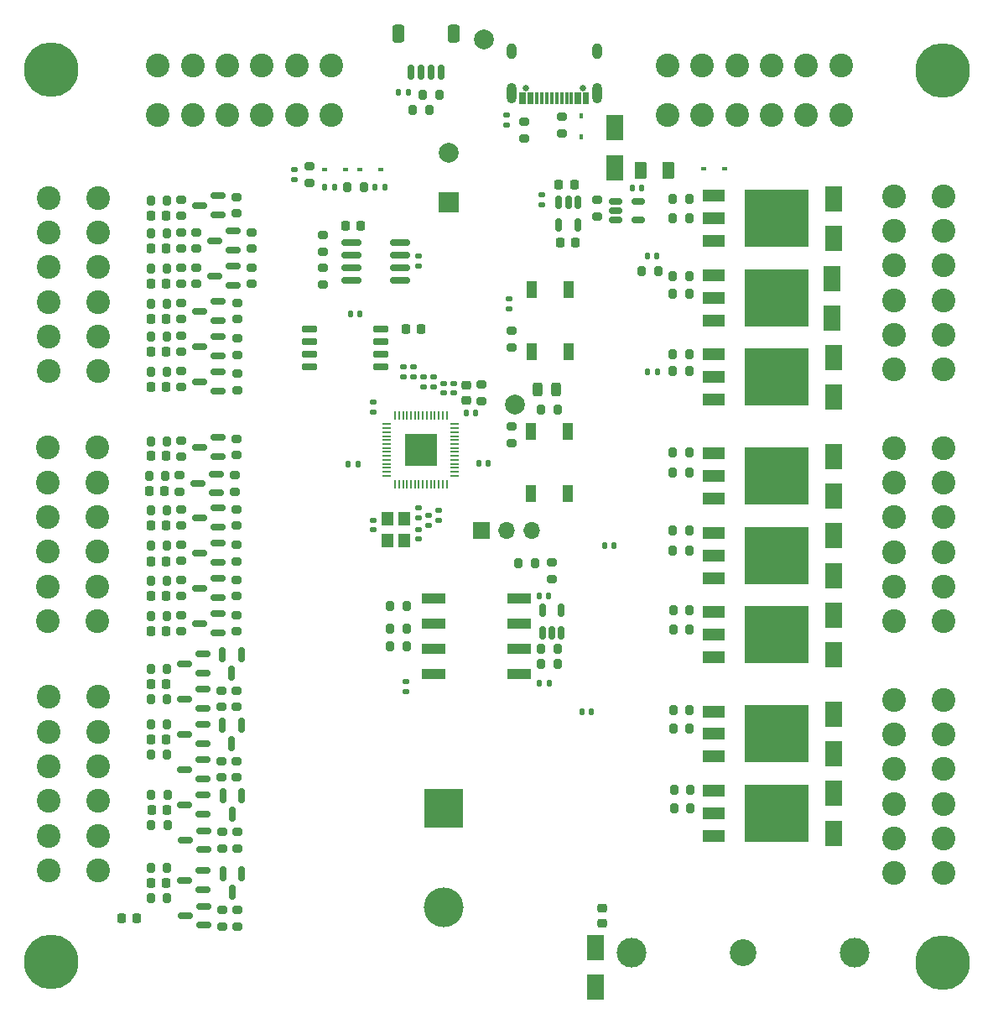
<source format=gts>
%TF.GenerationSoftware,KiCad,Pcbnew,6.0.11+dfsg-1~bpo11+1*%
%TF.CreationDate,2023-10-21T13:10:46+02:00*%
%TF.ProjectId,IO_16_8_1,494f5f31-365f-4385-9f31-2e6b69636164,0.1.1*%
%TF.SameCoordinates,PX47868c0PY848f8c0*%
%TF.FileFunction,Soldermask,Top*%
%TF.FilePolarity,Negative*%
%FSLAX46Y46*%
G04 Gerber Fmt 4.6, Leading zero omitted, Abs format (unit mm)*
G04 Created by KiCad (PCBNEW 6.0.11+dfsg-1~bpo11+1) date 2023-10-21 13:10:46*
%MOMM*%
%LPD*%
G01*
G04 APERTURE LIST*
G04 Aperture macros list*
%AMRoundRect*
0 Rectangle with rounded corners*
0 $1 Rounding radius*
0 $2 $3 $4 $5 $6 $7 $8 $9 X,Y pos of 4 corners*
0 Add a 4 corners polygon primitive as box body*
4,1,4,$2,$3,$4,$5,$6,$7,$8,$9,$2,$3,0*
0 Add four circle primitives for the rounded corners*
1,1,$1+$1,$2,$3*
1,1,$1+$1,$4,$5*
1,1,$1+$1,$6,$7*
1,1,$1+$1,$8,$9*
0 Add four rect primitives between the rounded corners*
20,1,$1+$1,$2,$3,$4,$5,0*
20,1,$1+$1,$4,$5,$6,$7,0*
20,1,$1+$1,$6,$7,$8,$9,0*
20,1,$1+$1,$8,$9,$2,$3,0*%
G04 Aperture macros list end*
%ADD10RoundRect,0.200000X-0.275000X0.200000X-0.275000X-0.200000X0.275000X-0.200000X0.275000X0.200000X0*%
%ADD11RoundRect,0.150000X0.587500X0.150000X-0.587500X0.150000X-0.587500X-0.150000X0.587500X-0.150000X0*%
%ADD12RoundRect,0.200000X-0.200000X-0.275000X0.200000X-0.275000X0.200000X0.275000X-0.200000X0.275000X0*%
%ADD13C,0.650000*%
%ADD14R,0.300000X1.150000*%
%ADD15O,1.000000X2.100000*%
%ADD16O,1.000000X1.600000*%
%ADD17RoundRect,0.135000X-0.185000X0.135000X-0.185000X-0.135000X0.185000X-0.135000X0.185000X0.135000X0*%
%ADD18RoundRect,0.200000X0.275000X-0.200000X0.275000X0.200000X-0.275000X0.200000X-0.275000X-0.200000X0*%
%ADD19RoundRect,0.140000X0.170000X-0.140000X0.170000X0.140000X-0.170000X0.140000X-0.170000X-0.140000X0*%
%ADD20RoundRect,0.200000X0.200000X0.275000X-0.200000X0.275000X-0.200000X-0.275000X0.200000X-0.275000X0*%
%ADD21C,5.500000*%
%ADD22RoundRect,0.140000X0.140000X0.170000X-0.140000X0.170000X-0.140000X-0.170000X0.140000X-0.170000X0*%
%ADD23R,2.200000X1.200000*%
%ADD24R,6.400000X5.800000*%
%ADD25RoundRect,0.140000X-0.170000X0.140000X-0.170000X-0.140000X0.170000X-0.140000X0.170000X0.140000X0*%
%ADD26RoundRect,0.140000X-0.140000X-0.170000X0.140000X-0.170000X0.140000X0.170000X-0.140000X0.170000X0*%
%ADD27R,1.800000X2.500000*%
%ADD28RoundRect,0.225000X-0.225000X-0.250000X0.225000X-0.250000X0.225000X0.250000X-0.225000X0.250000X0*%
%ADD29RoundRect,0.150000X-0.150000X0.587500X-0.150000X-0.587500X0.150000X-0.587500X0.150000X0.587500X0*%
%ADD30RoundRect,0.150000X0.150000X-0.512500X0.150000X0.512500X-0.150000X0.512500X-0.150000X-0.512500X0*%
%ADD31RoundRect,0.243750X0.243750X0.456250X-0.243750X0.456250X-0.243750X-0.456250X0.243750X-0.456250X0*%
%ADD32C,2.400000*%
%ADD33RoundRect,0.150000X0.150000X0.625000X-0.150000X0.625000X-0.150000X-0.625000X0.150000X-0.625000X0*%
%ADD34RoundRect,0.250000X0.350000X0.650000X-0.350000X0.650000X-0.350000X-0.650000X0.350000X-0.650000X0*%
%ADD35R,0.600000X0.450000*%
%ADD36RoundRect,0.225000X0.250000X-0.225000X0.250000X0.225000X-0.250000X0.225000X-0.250000X-0.225000X0*%
%ADD37RoundRect,0.225000X0.225000X0.250000X-0.225000X0.250000X-0.225000X-0.250000X0.225000X-0.250000X0*%
%ADD38RoundRect,0.135000X0.185000X-0.135000X0.185000X0.135000X-0.185000X0.135000X-0.185000X-0.135000X0*%
%ADD39R,4.000000X4.000000*%
%ADD40C,4.000000*%
%ADD41RoundRect,0.135000X0.135000X0.185000X-0.135000X0.185000X-0.135000X-0.185000X0.135000X-0.185000X0*%
%ADD42R,1.100000X1.800000*%
%ADD43C,2.700000*%
%ADD44C,3.000000*%
%ADD45R,2.440000X1.120000*%
%ADD46RoundRect,0.250000X-0.375000X-0.625000X0.375000X-0.625000X0.375000X0.625000X-0.375000X0.625000X0*%
%ADD47R,0.450000X0.600000*%
%ADD48RoundRect,0.050000X-0.387500X-0.050000X0.387500X-0.050000X0.387500X0.050000X-0.387500X0.050000X0*%
%ADD49RoundRect,0.050000X-0.050000X-0.387500X0.050000X-0.387500X0.050000X0.387500X-0.050000X0.387500X0*%
%ADD50R,3.200000X3.200000*%
%ADD51RoundRect,0.150000X-0.512500X-0.150000X0.512500X-0.150000X0.512500X0.150000X-0.512500X0.150000X0*%
%ADD52RoundRect,0.135000X-0.135000X-0.185000X0.135000X-0.185000X0.135000X0.185000X-0.135000X0.185000X0*%
%ADD53R,1.700000X1.700000*%
%ADD54O,1.700000X1.700000*%
%ADD55RoundRect,0.150000X-0.150000X0.512500X-0.150000X-0.512500X0.150000X-0.512500X0.150000X0.512500X0*%
%ADD56C,2.000000*%
%ADD57RoundRect,0.150000X-0.650000X-0.150000X0.650000X-0.150000X0.650000X0.150000X-0.650000X0.150000X0*%
%ADD58RoundRect,0.150000X-0.825000X-0.150000X0.825000X-0.150000X0.825000X0.150000X-0.825000X0.150000X0*%
%ADD59R,2.000000X2.000000*%
%ADD60R,1.200000X1.400000*%
G04 APERTURE END LIST*
D10*
X18178000Y64677000D03*
X18178000Y63027000D03*
D11*
X20425500Y16384000D03*
X20425500Y18284000D03*
X18550500Y17334000D03*
D12*
X15067000Y31594000D03*
X16717000Y31594000D03*
D11*
X20385500Y27088000D03*
X20385500Y28988000D03*
X18510500Y28038000D03*
D13*
X58700000Y93215000D03*
X52920000Y93215000D03*
D14*
X59160000Y92150000D03*
X58360000Y92150000D03*
X57060000Y92150000D03*
X56060000Y92150000D03*
X55560000Y92150000D03*
X54560000Y92150000D03*
X53260000Y92150000D03*
X52460000Y92150000D03*
X52760000Y92150000D03*
X53560000Y92150000D03*
X54060000Y92150000D03*
X55060000Y92150000D03*
X56560000Y92150000D03*
X57560000Y92150000D03*
X58060000Y92150000D03*
X58860000Y92150000D03*
D15*
X60130000Y92715000D03*
X51490000Y92715000D03*
D16*
X51490000Y96895000D03*
X60130000Y96895000D03*
D17*
X42578000Y64103000D03*
X42578000Y63083000D03*
D18*
X23703000Y56169000D03*
X23703000Y57819000D03*
D10*
X19702000Y78647000D03*
X19702000Y76997000D03*
X18178000Y68233000D03*
X18178000Y66583000D03*
X18178000Y57641000D03*
X18178000Y55991000D03*
D19*
X45626000Y62478000D03*
X45626000Y63438000D03*
D18*
X22242000Y30769000D03*
X22242000Y32419000D03*
D20*
X69566000Y20550000D03*
X67916000Y20550000D03*
D21*
X5000000Y5036000D03*
D22*
X64672000Y83120000D03*
X63712000Y83120000D03*
D23*
X71941000Y82330000D03*
X71941000Y80050000D03*
X71941000Y77770000D03*
D24*
X78241000Y80050000D03*
D21*
X95000000Y5000000D03*
D10*
X52762000Y89787000D03*
X52762000Y88137000D03*
D25*
X50984000Y90458000D03*
X50984000Y89498000D03*
D26*
X46924000Y60410000D03*
X47884000Y60410000D03*
D27*
X84000000Y26050000D03*
X84000000Y30050000D03*
D12*
X67766000Y74225000D03*
X69416000Y74225000D03*
D28*
X40811000Y68896000D03*
X42361000Y68896000D03*
D12*
X15067000Y11528000D03*
X16717000Y11528000D03*
D23*
X71941000Y56330000D03*
X71941000Y54050000D03*
X71941000Y51770000D03*
D24*
X78241000Y54050000D03*
D10*
X18178000Y71535000D03*
X18178000Y69885000D03*
D12*
X15067000Y43500000D03*
X16717000Y43500000D03*
D27*
X60000000Y6507000D03*
X60000000Y2507000D03*
D11*
X21909500Y62648000D03*
X21909500Y64548000D03*
X20034500Y63598000D03*
D17*
X43594000Y64103000D03*
X43594000Y63083000D03*
D29*
X24248000Y13953500D03*
X22348000Y13953500D03*
X23298000Y12078500D03*
D20*
X16717000Y14576000D03*
X15067000Y14576000D03*
D10*
X18178000Y78647000D03*
X18178000Y76997000D03*
D30*
X54606000Y38294500D03*
X55556000Y38294500D03*
X56506000Y38294500D03*
X56506000Y40569500D03*
X54606000Y40569500D03*
D12*
X15067000Y71472000D03*
X16717000Y71472000D03*
D20*
X56127000Y35114000D03*
X54477000Y35114000D03*
D18*
X23806000Y69885000D03*
X23806000Y71535000D03*
D10*
X18178000Y75091000D03*
X18178000Y73441000D03*
D11*
X20385500Y23532000D03*
X20385500Y25432000D03*
X18510500Y24482000D03*
D18*
X23766000Y23657000D03*
X23766000Y25307000D03*
D31*
X55985500Y62800000D03*
X54110500Y62800000D03*
D32*
X9716000Y56938000D03*
X4716000Y56938000D03*
X4716000Y53438000D03*
X9716000Y53438000D03*
X9716000Y49938000D03*
X4716000Y49938000D03*
X9716000Y46438000D03*
X4716000Y46438000D03*
X4716000Y42938000D03*
X9716000Y42938000D03*
X4716000Y39438000D03*
X9716000Y39438000D03*
D18*
X23766000Y38389000D03*
X23766000Y40039000D03*
D27*
X84000000Y62050000D03*
X84000000Y66050000D03*
D33*
X44356000Y94836000D03*
X43356000Y94836000D03*
X42356000Y94836000D03*
X41356000Y94836000D03*
D34*
X45656000Y98711000D03*
X40056000Y98711000D03*
D20*
X69478742Y38550000D03*
X67828742Y38550000D03*
D12*
X64637000Y74738000D03*
X66287000Y74738000D03*
D11*
X21909500Y69760000D03*
X21909500Y71660000D03*
X20034500Y70710000D03*
D19*
X37498000Y48632000D03*
X37498000Y49592000D03*
D21*
X95000000Y95000000D03*
D20*
X69416000Y54462500D03*
X67766000Y54462500D03*
D23*
X71941000Y22330000D03*
X71941000Y20050000D03*
X71941000Y17770000D03*
D24*
X78241000Y20050000D03*
D26*
X54314000Y41972000D03*
X55274000Y41972000D03*
D12*
X15083742Y81886000D03*
X16733742Y81886000D03*
D32*
X9756000Y31786000D03*
X4756000Y31786000D03*
X4756000Y28286000D03*
X9756000Y28286000D03*
X4756000Y24786000D03*
X9756000Y24786000D03*
X9756000Y21286000D03*
X4756000Y21286000D03*
X9756000Y17786000D03*
X4756000Y17786000D03*
X4756000Y14286000D03*
X9756000Y14286000D03*
D26*
X58632000Y30288000D03*
X59592000Y30288000D03*
D19*
X37522000Y60542000D03*
X37522000Y61502000D03*
D27*
X84000000Y36050000D03*
X84000000Y40050000D03*
D20*
X16757000Y21906000D03*
X15107000Y21906000D03*
D35*
X36172000Y84994000D03*
X38272000Y84994000D03*
D36*
X46896000Y61675000D03*
X46896000Y63225000D03*
D23*
X71941000Y48330000D03*
X71941000Y46050000D03*
X71941000Y43770000D03*
D24*
X78241000Y46050000D03*
D29*
X24248000Y21827500D03*
X22348000Y21827500D03*
X23298000Y19952500D03*
D37*
X16707000Y20382000D03*
X15157000Y20382000D03*
D25*
X43110000Y50072000D03*
X43110000Y49112000D03*
D18*
X22282000Y16509000D03*
X22282000Y18159000D03*
D38*
X42094000Y49844000D03*
X42094000Y50864000D03*
D39*
X44634000Y20589670D03*
D40*
X44634000Y10589670D03*
D18*
X23594000Y52515000D03*
X23594000Y54165000D03*
D41*
X38748000Y83216000D03*
X37728000Y83216000D03*
D37*
X16667000Y73504000D03*
X15117000Y73504000D03*
D12*
X41523000Y90994000D03*
X43173000Y90994000D03*
D10*
X60128000Y81913000D03*
X60128000Y80263000D03*
D11*
X20385500Y19976000D03*
X20385500Y21876000D03*
X18510500Y20926000D03*
D42*
X57152000Y52334000D03*
X57152000Y58534000D03*
X53452000Y58534000D03*
X53452000Y52334000D03*
D18*
X23766000Y80553000D03*
X23766000Y82203000D03*
D37*
X16667000Y66646000D03*
X15117000Y66646000D03*
D12*
X67766000Y48550000D03*
X69416000Y48550000D03*
D23*
X71941000Y30330000D03*
X71941000Y28050000D03*
X71941000Y25770000D03*
D24*
X78241000Y28050000D03*
D43*
X74860000Y6000000D03*
D44*
X63610000Y6000000D03*
X86110000Y6000000D03*
D20*
X69478742Y28572500D03*
X67828742Y28572500D03*
D12*
X67766000Y82050000D03*
X69416000Y82050000D03*
D18*
X23806000Y66293000D03*
X23806000Y67943000D03*
D22*
X66196000Y76262000D03*
X65236000Y76262000D03*
D37*
X16667000Y69948000D03*
X15117000Y69948000D03*
D11*
X21909500Y45376000D03*
X21909500Y47276000D03*
X20034500Y46326000D03*
D19*
X44624000Y62478000D03*
X44624000Y63438000D03*
D18*
X23766000Y41945000D03*
X23766000Y43595000D03*
D32*
X90140000Y14000000D03*
X95140000Y14000000D03*
X95140000Y17500000D03*
X90140000Y17500000D03*
X90140000Y21000000D03*
X95140000Y21000000D03*
X95140000Y24500000D03*
X90140000Y24500000D03*
X90140000Y28000000D03*
X95140000Y28000000D03*
X95140000Y31500000D03*
X90140000Y31500000D03*
D10*
X32442000Y75055000D03*
X32442000Y73405000D03*
D37*
X16667000Y42008000D03*
X15117000Y42008000D03*
D12*
X54477000Y36638000D03*
X56127000Y36638000D03*
D45*
X52241000Y34098000D03*
X52241000Y36638000D03*
X52241000Y39178000D03*
X52241000Y41718000D03*
X43631000Y41718000D03*
X43631000Y39178000D03*
X43631000Y36638000D03*
X43631000Y34098000D03*
D37*
X16667000Y56086000D03*
X15117000Y56086000D03*
D12*
X67916000Y22412500D03*
X69566000Y22412500D03*
D42*
X57280000Y72854000D03*
X57280000Y66654000D03*
X53580000Y72854000D03*
X53580000Y66654000D03*
D37*
X16667000Y13052000D03*
X15117000Y13052000D03*
D29*
X24208000Y28975500D03*
X22308000Y28975500D03*
X23258000Y27100500D03*
D46*
X64570000Y84898000D03*
X67370000Y84898000D03*
D20*
X53841000Y45274000D03*
X52191000Y45274000D03*
D18*
X23766000Y49057000D03*
X23766000Y50707000D03*
D11*
X21909500Y66204000D03*
X21909500Y68104000D03*
X20034500Y67154000D03*
D47*
X58525000Y88266000D03*
X58525000Y90366000D03*
D12*
X15067000Y57597500D03*
X16717000Y57597500D03*
D48*
X38910500Y59304000D03*
X38910500Y58904000D03*
X38910500Y58504000D03*
X38910500Y58104000D03*
X38910500Y57704000D03*
X38910500Y57304000D03*
X38910500Y56904000D03*
X38910500Y56504000D03*
X38910500Y56104000D03*
X38910500Y55704000D03*
X38910500Y55304000D03*
X38910500Y54904000D03*
X38910500Y54504000D03*
X38910500Y54104000D03*
D49*
X39748000Y53266500D03*
X40148000Y53266500D03*
X40548000Y53266500D03*
X40948000Y53266500D03*
X41348000Y53266500D03*
X41748000Y53266500D03*
X42148000Y53266500D03*
X42548000Y53266500D03*
X42948000Y53266500D03*
X43348000Y53266500D03*
X43748000Y53266500D03*
X44148000Y53266500D03*
X44548000Y53266500D03*
X44948000Y53266500D03*
D48*
X45785500Y54104000D03*
X45785500Y54504000D03*
X45785500Y54904000D03*
X45785500Y55304000D03*
X45785500Y55704000D03*
X45785500Y56104000D03*
X45785500Y56504000D03*
X45785500Y56904000D03*
X45785500Y57304000D03*
X45785500Y57704000D03*
X45785500Y58104000D03*
X45785500Y58504000D03*
X45785500Y58904000D03*
X45785500Y59304000D03*
D49*
X44948000Y60141500D03*
X44548000Y60141500D03*
X44148000Y60141500D03*
X43748000Y60141500D03*
X43348000Y60141500D03*
X42948000Y60141500D03*
X42548000Y60141500D03*
X42148000Y60141500D03*
X41748000Y60141500D03*
X41348000Y60141500D03*
X40948000Y60141500D03*
X40548000Y60141500D03*
X40148000Y60141500D03*
X39748000Y60141500D03*
D50*
X42348000Y56704000D03*
D51*
X62038500Y81784000D03*
X62038500Y80834000D03*
X62038500Y79884000D03*
X64313500Y79884000D03*
X64313500Y81784000D03*
D26*
X60918000Y47052000D03*
X61878000Y47052000D03*
D20*
X40887000Y36892000D03*
X39237000Y36892000D03*
D18*
X55556000Y43687000D03*
X55556000Y45337000D03*
D12*
X67828742Y40550000D03*
X69478742Y40550000D03*
D22*
X36224000Y70420000D03*
X35264000Y70420000D03*
D11*
X21737500Y52390000D03*
X21737500Y54290000D03*
X19862500Y53340000D03*
D20*
X16717000Y34642000D03*
X15067000Y34642000D03*
D10*
X18006000Y54165000D03*
X18006000Y52515000D03*
D12*
X39237000Y40956000D03*
X40887000Y40956000D03*
D25*
X29602000Y84966000D03*
X29602000Y84006000D03*
D11*
X20385500Y30644000D03*
X20385500Y32544000D03*
X18510500Y31594000D03*
D12*
X15067000Y78584000D03*
X16717000Y78584000D03*
D35*
X70920000Y85073000D03*
X73020000Y85073000D03*
D12*
X54477000Y60768000D03*
X56127000Y60768000D03*
D27*
X84000000Y52050000D03*
X84000000Y56050000D03*
D12*
X15067000Y75028000D03*
X16717000Y75028000D03*
X42539000Y92518000D03*
X44189000Y92518000D03*
D18*
X23766000Y45465000D03*
X23766000Y47115000D03*
D10*
X18178000Y43595000D03*
X18178000Y41945000D03*
X48420000Y63275000D03*
X48420000Y61625000D03*
D18*
X23806000Y62737000D03*
X23806000Y64387000D03*
D23*
X71941000Y66330000D03*
X71941000Y64050000D03*
X71941000Y61770000D03*
D24*
X78241000Y64050000D03*
D10*
X18178000Y47151000D03*
X18178000Y45501000D03*
D19*
X40546000Y64098000D03*
X40546000Y65058000D03*
D52*
X54284000Y33209000D03*
X55304000Y33209000D03*
D53*
X48459000Y48601000D03*
D54*
X50999000Y48601000D03*
X53539000Y48601000D03*
D11*
X21909500Y38264000D03*
X21909500Y40164000D03*
X20034500Y39214000D03*
D21*
X5000000Y95036000D03*
D18*
X25290000Y76997000D03*
X25290000Y78647000D03*
D10*
X56572000Y90295000D03*
X56572000Y88645000D03*
D37*
X16667000Y45418000D03*
X15117000Y45418000D03*
D26*
X48218000Y55346000D03*
X49178000Y55346000D03*
D12*
X67766000Y66356000D03*
X69416000Y66356000D03*
D37*
X16667000Y63090000D03*
X15117000Y63090000D03*
D18*
X51492000Y57403000D03*
X51492000Y59053000D03*
D32*
X33318000Y95500000D03*
X33318000Y90500000D03*
X29818000Y90500000D03*
X29818000Y95500000D03*
X26318000Y90500000D03*
X26318000Y95500000D03*
X22818000Y90500000D03*
X22818000Y95500000D03*
X19318000Y95500000D03*
X19318000Y90500000D03*
X15818000Y90500000D03*
X15818000Y95500000D03*
D37*
X16667000Y77060000D03*
X15117000Y77060000D03*
D10*
X31126000Y85311000D03*
X31126000Y83661000D03*
D38*
X40824000Y32318000D03*
X40824000Y33338000D03*
D37*
X13659000Y9496000D03*
X12109000Y9496000D03*
D26*
X65264000Y64578000D03*
X66224000Y64578000D03*
D12*
X14895000Y54102000D03*
X16545000Y54102000D03*
D25*
X42094000Y76234000D03*
X42094000Y75274000D03*
D10*
X32442000Y78357000D03*
X32442000Y76707000D03*
D20*
X16717000Y29018000D03*
X15067000Y29018000D03*
D18*
X22282000Y8635000D03*
X22282000Y10285000D03*
D37*
X16667000Y49120000D03*
X15117000Y49120000D03*
X57842000Y83444000D03*
X56292000Y83444000D03*
X16495000Y52578000D03*
X14945000Y52578000D03*
D11*
X21909500Y48932000D03*
X21909500Y50832000D03*
X20034500Y49882000D03*
D19*
X41562000Y64098000D03*
X41562000Y65058000D03*
D11*
X21909500Y80428000D03*
X21909500Y82328000D03*
X20034500Y81378000D03*
D18*
X23766000Y30769000D03*
X23766000Y32419000D03*
D12*
X67766000Y56462500D03*
X69416000Y56462500D03*
D10*
X18178000Y40039000D03*
X18178000Y38389000D03*
D32*
X95140000Y39400000D03*
X90140000Y39400000D03*
X95140000Y42900000D03*
X90140000Y42900000D03*
X90140000Y46400000D03*
X95140000Y46400000D03*
X90140000Y49900000D03*
X95140000Y49900000D03*
X95140000Y53400000D03*
X90140000Y53400000D03*
X90140000Y56900000D03*
X95140000Y56900000D03*
D17*
X51238000Y71946000D03*
X51238000Y70926000D03*
D55*
X58183000Y81679500D03*
X57233000Y81679500D03*
X56283000Y81679500D03*
X56283000Y79404500D03*
X58183000Y79404500D03*
D27*
X84000000Y78050000D03*
X84000000Y82050000D03*
D10*
X18178000Y81949000D03*
X18178000Y80299000D03*
X18178000Y50707000D03*
X18178000Y49057000D03*
D12*
X15067000Y50644000D03*
X16717000Y50644000D03*
D18*
X22242000Y23657000D03*
X22242000Y25307000D03*
D12*
X15067000Y64614000D03*
X16717000Y64614000D03*
D27*
X83840560Y70016900D03*
X83840560Y74016900D03*
D41*
X33668000Y83216000D03*
X32648000Y83216000D03*
D56*
X48698000Y98106000D03*
D20*
X36569000Y83216000D03*
X34919000Y83216000D03*
D12*
X67828742Y30462500D03*
X69478742Y30462500D03*
D20*
X69416000Y46550000D03*
X67766000Y46550000D03*
D12*
X15067000Y39978000D03*
X16717000Y39978000D03*
D22*
X41066000Y92772000D03*
X40106000Y92772000D03*
D32*
X95140000Y64800000D03*
X90140000Y64800000D03*
X95140000Y68300000D03*
X90140000Y68300000D03*
X95140000Y71800000D03*
X90140000Y71800000D03*
X95140000Y75300000D03*
X90140000Y75300000D03*
X95140000Y78800000D03*
X90140000Y78800000D03*
X90140000Y82300000D03*
X95140000Y82300000D03*
D12*
X15067000Y68170000D03*
X16717000Y68170000D03*
D37*
X36265000Y79310000D03*
X34715000Y79310000D03*
D29*
X24208000Y36087500D03*
X22308000Y36087500D03*
X23258000Y34212500D03*
D57*
X31104000Y68927000D03*
X31104000Y67657000D03*
X31104000Y66387000D03*
X31104000Y65117000D03*
X38304000Y65117000D03*
X38304000Y66387000D03*
X38304000Y67657000D03*
X38304000Y68927000D03*
D20*
X40887000Y38670000D03*
X39237000Y38670000D03*
D11*
X23433500Y76872000D03*
X23433500Y78772000D03*
X21558500Y77822000D03*
D27*
X61906000Y89184000D03*
X61906000Y85184000D03*
D23*
X71941000Y74330000D03*
X71941000Y72050000D03*
X71941000Y69770000D03*
D24*
X78241000Y72050000D03*
D27*
X84000000Y18050000D03*
X84000000Y22050000D03*
D37*
X16667000Y80362000D03*
X15117000Y80362000D03*
D20*
X69416000Y80050000D03*
X67766000Y80050000D03*
D22*
X35998000Y55307000D03*
X35038000Y55307000D03*
D37*
X16667000Y27494000D03*
X15117000Y27494000D03*
D25*
X54514600Y82406200D03*
X54514600Y81446200D03*
D58*
X35301000Y77659000D03*
X35301000Y76389000D03*
X35301000Y75119000D03*
X35301000Y73849000D03*
X40251000Y73849000D03*
X40251000Y75119000D03*
X40251000Y76389000D03*
X40251000Y77659000D03*
D20*
X69416000Y72462500D03*
X67766000Y72462500D03*
D11*
X23433500Y73316000D03*
X23433500Y75216000D03*
X21558500Y74266000D03*
D56*
X51873000Y61276000D03*
D18*
X25290000Y73441000D03*
X25290000Y75091000D03*
D36*
X60636000Y8939000D03*
X60636000Y10489000D03*
D11*
X20425500Y8764000D03*
X20425500Y10664000D03*
X18550500Y9714000D03*
D37*
X16667000Y38452000D03*
X15117000Y38452000D03*
X16667000Y33118000D03*
X15117000Y33118000D03*
D23*
X71941000Y40330000D03*
X71941000Y38050000D03*
X71941000Y35770000D03*
D24*
X78241000Y38050000D03*
D11*
X20385500Y34200000D03*
X20385500Y36100000D03*
X18510500Y35150000D03*
D35*
X32616000Y84994000D03*
X34716000Y84994000D03*
D12*
X15067000Y47088000D03*
X16717000Y47088000D03*
D11*
X21909500Y56044000D03*
X21909500Y57944000D03*
X20034500Y56994000D03*
D18*
X51492000Y67055000D03*
X51492000Y68705000D03*
X23806000Y16509000D03*
X23806000Y18159000D03*
D20*
X69416000Y64637500D03*
X67766000Y64637500D03*
D27*
X84000000Y44050000D03*
X84000000Y48050000D03*
D12*
X15067000Y25970000D03*
X16717000Y25970000D03*
X15107000Y18858000D03*
X16757000Y18858000D03*
D10*
X19702000Y75091000D03*
X19702000Y73441000D03*
D32*
X9756000Y82140000D03*
X4756000Y82140000D03*
X9756000Y78640000D03*
X4756000Y78640000D03*
X9756000Y75140000D03*
X4756000Y75140000D03*
X4756000Y71640000D03*
X9756000Y71640000D03*
X9756000Y68140000D03*
X4756000Y68140000D03*
X9756000Y64640000D03*
X4756000Y64640000D03*
D59*
X45142000Y81646646D03*
D56*
X45142000Y86646646D03*
D18*
X23806000Y8635000D03*
X23806000Y10285000D03*
D60*
X40698000Y47603000D03*
X40698000Y49803000D03*
X38998000Y49803000D03*
X38998000Y47603000D03*
D11*
X21909500Y41820000D03*
X21909500Y43720000D03*
X20034500Y42770000D03*
D32*
X84750000Y90500000D03*
X84750000Y95500000D03*
X81250000Y95500000D03*
X81250000Y90500000D03*
X77750000Y90500000D03*
X77750000Y95500000D03*
X74250000Y95500000D03*
X74250000Y90500000D03*
X70750000Y90500000D03*
X70750000Y95500000D03*
X67250000Y95500000D03*
X67250000Y90500000D03*
D25*
X44126000Y50580000D03*
X44126000Y49620000D03*
D19*
X42070000Y47746000D03*
X42070000Y48706000D03*
D37*
X57982000Y77659000D03*
X56432000Y77659000D03*
D11*
X20385500Y12356000D03*
X20385500Y14256000D03*
X18510500Y13306000D03*
M02*

</source>
